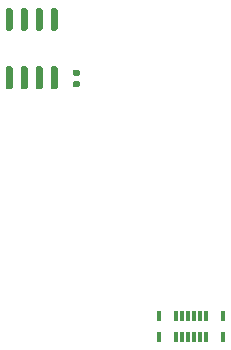
<source format=gbr>
G04 #@! TF.GenerationSoftware,KiCad,Pcbnew,6.0.5-a6ca702e91~116~ubuntu22.04.1*
G04 #@! TF.CreationDate,2022-05-26T01:26:51+02:00*
G04 #@! TF.ProjectId,driver-board,64726976-6572-42d6-926f-6172642e6b69,abc5fc4*
G04 #@! TF.SameCoordinates,Original*
G04 #@! TF.FileFunction,Paste,Bot*
G04 #@! TF.FilePolarity,Positive*
%FSLAX46Y46*%
G04 Gerber Fmt 4.6, Leading zero omitted, Abs format (unit mm)*
G04 Created by KiCad (PCBNEW 6.0.5-a6ca702e91~116~ubuntu22.04.1) date 2022-05-26 01:26:51*
%MOMM*%
%LPD*%
G01*
G04 APERTURE LIST*
%ADD10R,0.300000X0.870000*%
G04 APERTURE END LIST*
G36*
G01*
X53630000Y-51760000D02*
X53970000Y-51760000D01*
G75*
G02*
X54110000Y-51900000I0J-140000D01*
G01*
X54110000Y-52180000D01*
G75*
G02*
X53970000Y-52320000I-140000J0D01*
G01*
X53630000Y-52320000D01*
G75*
G02*
X53490000Y-52180000I0J140000D01*
G01*
X53490000Y-51900000D01*
G75*
G02*
X53630000Y-51760000I140000J0D01*
G01*
G37*
G36*
G01*
X53630000Y-52720000D02*
X53970000Y-52720000D01*
G75*
G02*
X54110000Y-52860000I0J-140000D01*
G01*
X54110000Y-53140000D01*
G75*
G02*
X53970000Y-53280000I-140000J0D01*
G01*
X53630000Y-53280000D01*
G75*
G02*
X53490000Y-53140000I0J140000D01*
G01*
X53490000Y-52860000D01*
G75*
G02*
X53630000Y-52720000I140000J0D01*
G01*
G37*
G36*
G01*
X52055000Y-53450000D02*
X51755000Y-53450000D01*
G75*
G02*
X51605000Y-53300000I0J150000D01*
G01*
X51605000Y-51650000D01*
G75*
G02*
X51755000Y-51500000I150000J0D01*
G01*
X52055000Y-51500000D01*
G75*
G02*
X52205000Y-51650000I0J-150000D01*
G01*
X52205000Y-53300000D01*
G75*
G02*
X52055000Y-53450000I-150000J0D01*
G01*
G37*
G36*
G01*
X50785000Y-53450000D02*
X50485000Y-53450000D01*
G75*
G02*
X50335000Y-53300000I0J150000D01*
G01*
X50335000Y-51650000D01*
G75*
G02*
X50485000Y-51500000I150000J0D01*
G01*
X50785000Y-51500000D01*
G75*
G02*
X50935000Y-51650000I0J-150000D01*
G01*
X50935000Y-53300000D01*
G75*
G02*
X50785000Y-53450000I-150000J0D01*
G01*
G37*
G36*
G01*
X49515000Y-53450000D02*
X49215000Y-53450000D01*
G75*
G02*
X49065000Y-53300000I0J150000D01*
G01*
X49065000Y-51650000D01*
G75*
G02*
X49215000Y-51500000I150000J0D01*
G01*
X49515000Y-51500000D01*
G75*
G02*
X49665000Y-51650000I0J-150000D01*
G01*
X49665000Y-53300000D01*
G75*
G02*
X49515000Y-53450000I-150000J0D01*
G01*
G37*
G36*
G01*
X48245000Y-53450000D02*
X47945000Y-53450000D01*
G75*
G02*
X47795000Y-53300000I0J150000D01*
G01*
X47795000Y-51650000D01*
G75*
G02*
X47945000Y-51500000I150000J0D01*
G01*
X48245000Y-51500000D01*
G75*
G02*
X48395000Y-51650000I0J-150000D01*
G01*
X48395000Y-53300000D01*
G75*
G02*
X48245000Y-53450000I-150000J0D01*
G01*
G37*
G36*
G01*
X48245000Y-48500000D02*
X47945000Y-48500000D01*
G75*
G02*
X47795000Y-48350000I0J150000D01*
G01*
X47795000Y-46700000D01*
G75*
G02*
X47945000Y-46550000I150000J0D01*
G01*
X48245000Y-46550000D01*
G75*
G02*
X48395000Y-46700000I0J-150000D01*
G01*
X48395000Y-48350000D01*
G75*
G02*
X48245000Y-48500000I-150000J0D01*
G01*
G37*
G36*
G01*
X49515000Y-48500000D02*
X49215000Y-48500000D01*
G75*
G02*
X49065000Y-48350000I0J150000D01*
G01*
X49065000Y-46700000D01*
G75*
G02*
X49215000Y-46550000I150000J0D01*
G01*
X49515000Y-46550000D01*
G75*
G02*
X49665000Y-46700000I0J-150000D01*
G01*
X49665000Y-48350000D01*
G75*
G02*
X49515000Y-48500000I-150000J0D01*
G01*
G37*
G36*
G01*
X50785000Y-48500000D02*
X50485000Y-48500000D01*
G75*
G02*
X50335000Y-48350000I0J150000D01*
G01*
X50335000Y-46700000D01*
G75*
G02*
X50485000Y-46550000I150000J0D01*
G01*
X50785000Y-46550000D01*
G75*
G02*
X50935000Y-46700000I0J-150000D01*
G01*
X50935000Y-48350000D01*
G75*
G02*
X50785000Y-48500000I-150000J0D01*
G01*
G37*
G36*
G01*
X52055000Y-48500000D02*
X51755000Y-48500000D01*
G75*
G02*
X51605000Y-48350000I0J150000D01*
G01*
X51605000Y-46700000D01*
G75*
G02*
X51755000Y-46550000I150000J0D01*
G01*
X52055000Y-46550000D01*
G75*
G02*
X52205000Y-46700000I0J-150000D01*
G01*
X52205000Y-48350000D01*
G75*
G02*
X52055000Y-48500000I-150000J0D01*
G01*
G37*
D10*
X66250000Y-72635000D03*
X64750000Y-72635000D03*
X64250000Y-72635000D03*
X63750000Y-72635000D03*
X63250000Y-72635000D03*
X62750000Y-72635000D03*
X62250000Y-72635000D03*
X60750000Y-72635000D03*
X60750000Y-74365000D03*
X62250000Y-74365000D03*
X62750000Y-74365000D03*
X63250000Y-74365000D03*
X63750000Y-74365000D03*
X64250000Y-74365000D03*
X64750000Y-74365000D03*
X66250000Y-74365000D03*
M02*

</source>
